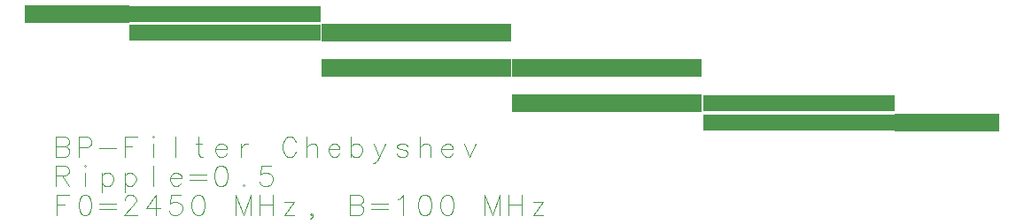
<source format=gbr>
G04 ===== Begin FILE IDENTIFICATION =====*
G04 File Format:  Gerber RS274X*
G04 ===== End FILE IDENTIFICATION =====*
%FSLAX24Y24*%
%MOIN*%
%SFA1.0000B1.0000*%
%OFA0.0B0.0*%
%ADD14R,0.716535X0.070866*%
%ADD15R,0.393701X0.067091*%
%ADD16R,0.724409X0.059055*%
%ADD17C,0.000025*%
%LNcond*%
%IPPOS*%
%LPD*%
G75*
D14*
X-17992Y3386D03*
Y2047D03*
D15*
X-30787Y4094D03*
D16*
X-25197D03*
Y3386D03*
D15*
X1969Y0D03*
D16*
X-3622Y709D03*
Y0D03*
D14*
X-10827Y2047D03*
Y709D03*
D17*
G01X-31573Y-556D02*
G01Y-1302D01*
G01Y-556D02*
G01X-31253D01*
G01X-31147Y-592D01*
G01X-31111Y-627D01*
G01X-31076Y-698D01*
G01Y-769D01*
G01X-31111Y-840D01*
G01X-31147Y-876D01*
G01X-31253Y-911D01*
G01X-31573D02*
G01X-31253D01*
G01X-31147Y-947D01*
G01X-31111Y-982D01*
G01X-31076Y-1053D01*
G01Y-1160D01*
G01X-31111Y-1231D01*
G01X-31147Y-1266D01*
G01X-31253Y-1302D01*
G01X-31573D01*
G01X-30721Y-556D02*
G01Y-1302D01*
G01Y-556D02*
G01X-30402D01*
G01X-30295Y-592D01*
G01X-30260Y-627D01*
G01X-30224Y-698D01*
G01Y-805D01*
G01X-30260Y-876D01*
G01X-30295Y-911D01*
G01X-30402Y-947D01*
G01X-30721D01*
G01X-29940Y-982D02*
G01X-29302D01*
G01X-28982Y-556D02*
G01Y-1302D01*
G01Y-556D02*
G01X-28521D01*
G01X-28982Y-911D02*
G01X-28698D01*
G01X-27953Y-556D02*
G01X-27918Y-592D01*
G01X-27882Y-556D01*
G01X-27918Y-521D01*
G01X-27953Y-556D01*
G01X-27918Y-805D02*
G01Y-1302D01*
G01X-27066Y-556D02*
G01Y-1302D01*
G01X-26215Y-556D02*
G01Y-1160D01*
G01X-26179Y-1266D01*
G01X-26108Y-1302D01*
G01X-26037D01*
G01X-26321Y-805D02*
G01X-26073D01*
G01X-25576Y-1018D02*
G01X-25150D01*
G01Y-947D01*
G01X-25185Y-876D01*
G01X-25221Y-840D01*
G01X-25292Y-805D01*
G01X-25398D01*
G01X-25469Y-840D01*
G01X-25540Y-911D01*
G01X-25576Y-1018D01*
G01Y-1089D01*
G01X-25540Y-1195D01*
G01X-25469Y-1266D01*
G01X-25398Y-1302D01*
G01X-25292D01*
G01X-25221Y-1266D01*
G01X-25150Y-1195D01*
G01X-24618Y-805D02*
G01Y-1302D01*
G01Y-1018D02*
G01X-24582Y-911D01*
G01X-24511Y-840D01*
G01X-24440Y-805D01*
G01X-24334D01*
G01X-22524Y-734D02*
G01X-22560Y-663D01*
G01X-22631Y-592D01*
G01X-22702Y-556D01*
G01X-22844D01*
G01X-22915Y-592D01*
G01X-22985Y-663D01*
G01X-23021Y-734D01*
G01X-23056Y-840D01*
G01Y-1018D01*
G01X-23021Y-1124D01*
G01X-22985Y-1195D01*
G01X-22915Y-1266D01*
G01X-22844Y-1302D01*
G01X-22702D01*
G01X-22631Y-1266D01*
G01X-22560Y-1195D01*
G01X-22524Y-1124D01*
G01X-22134Y-556D02*
G01Y-1302D01*
G01Y-947D02*
G01X-22027Y-840D01*
G01X-21956Y-805D01*
G01X-21850D01*
G01X-21779Y-840D01*
G01X-21744Y-947D01*
G01Y-1302D01*
G01X-21318Y-1018D02*
G01X-20892D01*
G01Y-947D01*
G01X-20927Y-876D01*
G01X-20963Y-840D01*
G01X-21034Y-805D01*
G01X-21140D01*
G01X-21211Y-840D01*
G01X-21282Y-911D01*
G01X-21318Y-1018D01*
G01Y-1089D01*
G01X-21282Y-1195D01*
G01X-21211Y-1266D01*
G01X-21140Y-1302D01*
G01X-21034D01*
G01X-20963Y-1266D01*
G01X-20892Y-1195D01*
G01X-20466Y-556D02*
G01Y-1302D01*
G01Y-911D02*
G01X-20395Y-840D01*
G01X-20324Y-805D01*
G01X-20218D01*
G01X-20147Y-840D01*
G01X-20076Y-911D01*
G01X-20040Y-1018D01*
G01Y-1089D01*
G01X-20076Y-1195D01*
G01X-20147Y-1266D01*
G01X-20218Y-1302D01*
G01X-20324D01*
G01X-20395Y-1266D01*
G01X-20466Y-1195D01*
G01X-19615Y-805D02*
G01X-19402Y-1302D01*
G01X-19189Y-805D02*
G01X-19402Y-1302D01*
G01X-19473Y-1444D01*
G01X-19544Y-1515D01*
G01X-19615Y-1550D01*
G01X-19650D01*
G01X-18337Y-911D02*
G01X-18373Y-840D01*
G01X-18479Y-805D01*
G01X-18585D01*
G01X-18692Y-840D01*
G01X-18727Y-911D01*
G01X-18692Y-982D01*
G01X-18621Y-1018D01*
G01X-18444Y-1053D01*
G01X-18373Y-1089D01*
G01X-18337Y-1160D01*
G01Y-1195D01*
G01X-18373Y-1266D01*
G01X-18479Y-1302D01*
G01X-18585D01*
G01X-18692Y-1266D01*
G01X-18727Y-1195D01*
G01X-17876Y-556D02*
G01Y-1302D01*
G01Y-947D02*
G01X-17769Y-840D01*
G01X-17698Y-805D01*
G01X-17592D01*
G01X-17521Y-840D01*
G01X-17485Y-947D01*
G01Y-1302D01*
G01X-17060Y-1018D02*
G01X-16634D01*
G01Y-947D01*
G01X-16669Y-876D01*
G01X-16705Y-840D01*
G01X-16776Y-805D01*
G01X-16882D01*
G01X-16953Y-840D01*
G01X-17024Y-911D01*
G01X-17060Y-1018D01*
G01Y-1089D01*
G01X-17024Y-1195D01*
G01X-16953Y-1266D01*
G01X-16882Y-1302D01*
G01X-16776D01*
G01X-16705Y-1266D01*
G01X-16634Y-1195D01*
G01X-16208Y-805D02*
G01X-15995Y-1302D01*
G01X-15782Y-805D02*
G01X-15995Y-1302D01*
G01X-31573Y-1656D02*
G01Y-2402D01*
G01Y-1656D02*
G01X-31253D01*
G01X-31147Y-1692D01*
G01X-31111Y-1727D01*
G01X-31076Y-1798D01*
G01Y-1869D01*
G01X-31111Y-1940D01*
G01X-31147Y-1976D01*
G01X-31253Y-2011D01*
G01X-31573D01*
G01X-31324D02*
G01X-31076Y-2402D01*
G01X-30508Y-1656D02*
G01X-30473Y-1692D01*
G01X-30437Y-1656D01*
G01X-30473Y-1621D01*
G01X-30508Y-1656D01*
G01X-30473Y-1905D02*
G01Y-2402D01*
G01X-29834Y-1905D02*
G01Y-2650D01*
G01Y-2011D02*
G01X-29763Y-1940D01*
G01X-29692Y-1905D01*
G01X-29585D01*
G01X-29515Y-1940D01*
G01X-29444Y-2011D01*
G01X-29408Y-2118D01*
G01Y-2189D01*
G01X-29444Y-2295D01*
G01X-29515Y-2366D01*
G01X-29585Y-2402D01*
G01X-29692D01*
G01X-29763Y-2366D01*
G01X-29834Y-2295D01*
G01X-28982Y-1905D02*
G01Y-2650D01*
G01Y-2011D02*
G01X-28911Y-1940D01*
G01X-28840Y-1905D01*
G01X-28734D01*
G01X-28663Y-1940D01*
G01X-28592Y-2011D01*
G01X-28556Y-2118D01*
G01Y-2189D01*
G01X-28592Y-2295D01*
G01X-28663Y-2366D01*
G01X-28734Y-2402D01*
G01X-28840D01*
G01X-28911Y-2366D01*
G01X-28982Y-2295D01*
G01X-27918Y-1656D02*
G01Y-2402D01*
G01X-27279Y-2118D02*
G01X-26853D01*
G01Y-2047D01*
G01X-26889Y-1976D01*
G01X-26924Y-1940D01*
G01X-26995Y-1905D01*
G01X-27102D01*
G01X-27173Y-1940D01*
G01X-27244Y-2011D01*
G01X-27279Y-2118D01*
G01Y-2189D01*
G01X-27244Y-2295D01*
G01X-27173Y-2366D01*
G01X-27102Y-2402D01*
G01X-26995D01*
G01X-26924Y-2366D01*
G01X-26853Y-2295D01*
G01X-26534Y-1976D02*
G01X-25895D01*
G01X-26534Y-2189D02*
G01X-25895D01*
G01X-25398Y-1656D02*
G01X-25505Y-1692D01*
G01X-25576Y-1798D01*
G01X-25611Y-1976D01*
G01Y-2082D01*
G01X-25576Y-2260D01*
G01X-25505Y-2366D01*
G01X-25398Y-2402D01*
G01X-25327D01*
G01X-25221Y-2366D01*
G01X-25150Y-2260D01*
G01X-25115Y-2082D01*
G01Y-1976D01*
G01X-25150Y-1798D01*
G01X-25221Y-1692D01*
G01X-25327Y-1656D01*
G01X-25398D01*
G01X-24511Y-2331D02*
G01X-24547Y-2366D01*
G01X-24511Y-2402D01*
G01X-24476Y-2366D01*
G01X-24511Y-2331D01*
G01X-23482Y-1656D02*
G01X-23837D01*
G01X-23873Y-1976D01*
G01X-23837Y-1940D01*
G01X-23731Y-1905D01*
G01X-23624D01*
G01X-23518Y-1940D01*
G01X-23447Y-2011D01*
G01X-23411Y-2118D01*
G01Y-2189D01*
G01X-23447Y-2295D01*
G01X-23518Y-2366D01*
G01X-23624Y-2402D01*
G01X-23731D01*
G01X-23837Y-2366D01*
G01X-23873Y-2331D01*
G01X-23908Y-2260D01*
G01X-31537Y-2756D02*
G01Y-3502D01*
G01Y-2756D02*
G01X-31076D01*
G01X-31537Y-3111D02*
G01X-31253D01*
G01X-30508Y-2756D02*
G01X-30615Y-2792D01*
G01X-30685Y-2898D01*
G01X-30721Y-3076D01*
G01Y-3182D01*
G01X-30685Y-3360D01*
G01X-30615Y-3466D01*
G01X-30508Y-3502D01*
G01X-30437D01*
G01X-30331Y-3466D01*
G01X-30260Y-3360D01*
G01X-30224Y-3182D01*
G01Y-3076D01*
G01X-30260Y-2898D01*
G01X-30331Y-2792D01*
G01X-30437Y-2756D01*
G01X-30508D01*
G01X-29940Y-3076D02*
G01X-29302D01*
G01X-29940Y-3289D02*
G01X-29302D01*
G01X-28982Y-2934D02*
G01Y-2898D01*
G01X-28947Y-2827D01*
G01X-28911Y-2792D01*
G01X-28840Y-2756D01*
G01X-28698D01*
G01X-28627Y-2792D01*
G01X-28592Y-2827D01*
G01X-28556Y-2898D01*
G01Y-2969D01*
G01X-28592Y-3040D01*
G01X-28663Y-3147D01*
G01X-29018Y-3502D01*
G01X-28521D01*
G01X-27811Y-2756D02*
G01X-28166Y-3253D01*
G01X-27634D01*
G01X-27811Y-2756D02*
G01Y-3502D01*
G01X-26889Y-2756D02*
G01X-27244D01*
G01X-27279Y-3076D01*
G01X-27244Y-3040D01*
G01X-27137Y-3005D01*
G01X-27031D01*
G01X-26924Y-3040D01*
G01X-26853Y-3111D01*
G01X-26818Y-3218D01*
G01Y-3289D01*
G01X-26853Y-3395D01*
G01X-26924Y-3466D01*
G01X-27031Y-3502D01*
G01X-27137D01*
G01X-27244Y-3466D01*
G01X-27279Y-3431D01*
G01X-27315Y-3360D01*
G01X-26250Y-2756D02*
G01X-26356Y-2792D01*
G01X-26427Y-2898D01*
G01X-26463Y-3076D01*
G01Y-3182D01*
G01X-26427Y-3360D01*
G01X-26356Y-3466D01*
G01X-26250Y-3502D01*
G01X-26179D01*
G01X-26073Y-3466D01*
G01X-26002Y-3360D01*
G01X-25966Y-3182D01*
G01Y-3076D01*
G01X-26002Y-2898D01*
G01X-26073Y-2792D01*
G01X-26179Y-2756D01*
G01X-26250D01*
G01X-24795D02*
G01Y-3502D01*
G01Y-2756D02*
G01X-24511Y-3502D01*
G01X-24227Y-2756D02*
G01X-24511Y-3502D01*
G01X-24227Y-2756D02*
G01Y-3502D01*
G01X-23908Y-2756D02*
G01Y-3502D01*
G01X-23411Y-2756D02*
G01Y-3502D01*
G01X-23908Y-3111D02*
G01X-23411D01*
G01X-22595Y-3005D02*
G01X-22985Y-3502D01*
G01Y-3005D02*
G01X-22595D01*
G01X-22985Y-3502D02*
G01X-22595D01*
G01X-21921Y-3466D02*
G01X-21956Y-3502D01*
G01X-21992Y-3466D01*
G01X-21956Y-3431D01*
G01X-21921Y-3466D01*
G01Y-3537D01*
G01X-21956Y-3608D01*
G01X-21992Y-3644D01*
G01X-20502Y-2756D02*
G01Y-3502D01*
G01Y-2756D02*
G01X-20182D01*
G01X-20076Y-2792D01*
G01X-20040Y-2827D01*
G01X-20005Y-2898D01*
G01Y-2969D01*
G01X-20040Y-3040D01*
G01X-20076Y-3076D01*
G01X-20182Y-3111D01*
G01X-20502D02*
G01X-20182D01*
G01X-20076Y-3147D01*
G01X-20040Y-3182D01*
G01X-20005Y-3253D01*
G01Y-3360D01*
G01X-20040Y-3431D01*
G01X-20076Y-3466D01*
G01X-20182Y-3502D01*
G01X-20502D01*
G01X-19721Y-3076D02*
G01X-19082D01*
G01X-19721Y-3289D02*
G01X-19082D01*
G01X-18692Y-2898D02*
G01X-18621Y-2863D01*
G01X-18515Y-2756D01*
G01Y-3502D01*
G01X-17734Y-2756D02*
G01X-17840Y-2792D01*
G01X-17911Y-2898D01*
G01X-17947Y-3076D01*
G01Y-3182D01*
G01X-17911Y-3360D01*
G01X-17840Y-3466D01*
G01X-17734Y-3502D01*
G01X-17663D01*
G01X-17556Y-3466D01*
G01X-17485Y-3360D01*
G01X-17450Y-3182D01*
G01Y-3076D01*
G01X-17485Y-2898D01*
G01X-17556Y-2792D01*
G01X-17663Y-2756D01*
G01X-17734D01*
G01X-16882D02*
G01X-16989Y-2792D01*
G01X-17060Y-2898D01*
G01X-17095Y-3076D01*
G01Y-3182D01*
G01X-17060Y-3360D01*
G01X-16989Y-3466D01*
G01X-16882Y-3502D01*
G01X-16811D01*
G01X-16705Y-3466D01*
G01X-16634Y-3360D01*
G01X-16598Y-3182D01*
G01Y-3076D01*
G01X-16634Y-2898D01*
G01X-16705Y-2792D01*
G01X-16811Y-2756D01*
G01X-16882D01*
G01X-15427D02*
G01Y-3502D01*
G01Y-2756D02*
G01X-15144Y-3502D01*
G01X-14860Y-2756D02*
G01X-15144Y-3502D01*
G01X-14860Y-2756D02*
G01Y-3502D01*
G01X-14540Y-2756D02*
G01Y-3502D01*
G01X-14044Y-2756D02*
G01Y-3502D01*
G01X-14540Y-3111D02*
G01X-14044D01*
G01X-13227Y-3005D02*
G01X-13618Y-3502D01*
G01Y-3005D02*
G01X-13227D01*
G01X-13618Y-3502D02*
G01X-13227D01*
M02*


</source>
